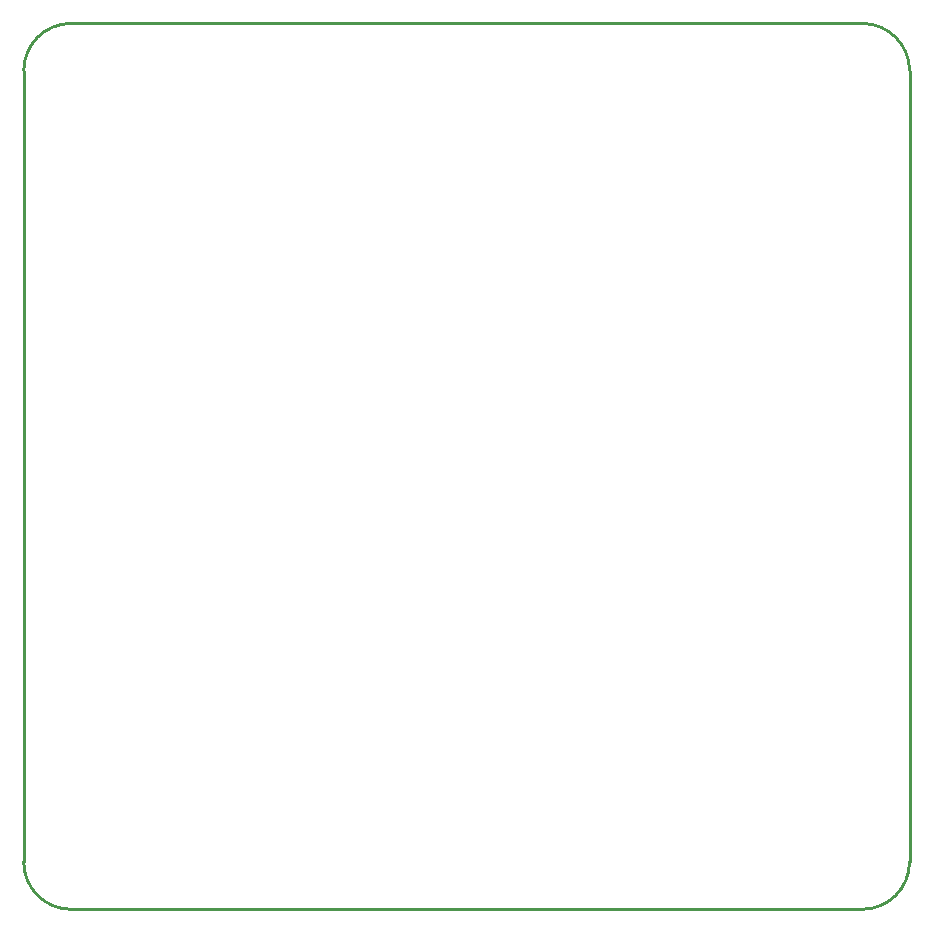
<source format=gbr>
%TF.GenerationSoftware,Altium Limited,Altium Designer,24.7.2 (38)*%
G04 Layer_Color=32768*
%FSLAX43Y43*%
%MOMM*%
%TF.SameCoordinates,179ED5A7-1FD7-47B0-8EB6-D2B1FD869DB5*%
%TF.FilePolarity,Positive*%
%TF.FileFunction,Other,Outline*%
%TF.Part,Single*%
G01*
G75*
%TA.AperFunction,NonConductor*%
%ADD21C,0.254*%
D21*
X-4Y4003D02*
G03*
X4003Y-3I4006J0D01*
G01*
X3997Y74997D02*
G03*
X-4Y70997I-0J-4000D01*
G01*
X74996Y70997D02*
G03*
X70996Y74997I-4000J0D01*
G01*
X70997Y-3D02*
G03*
X74996Y3997I-0J3999D01*
G01*
X-4Y4003D02*
Y70997D01*
X3997Y74997D02*
X70996D01*
X74996Y3997D02*
Y70997D01*
X4003Y-3D02*
X70997D01*
%TF.MD5,d9c9e00fa2200757cac31052d219621d*%
M02*

</source>
